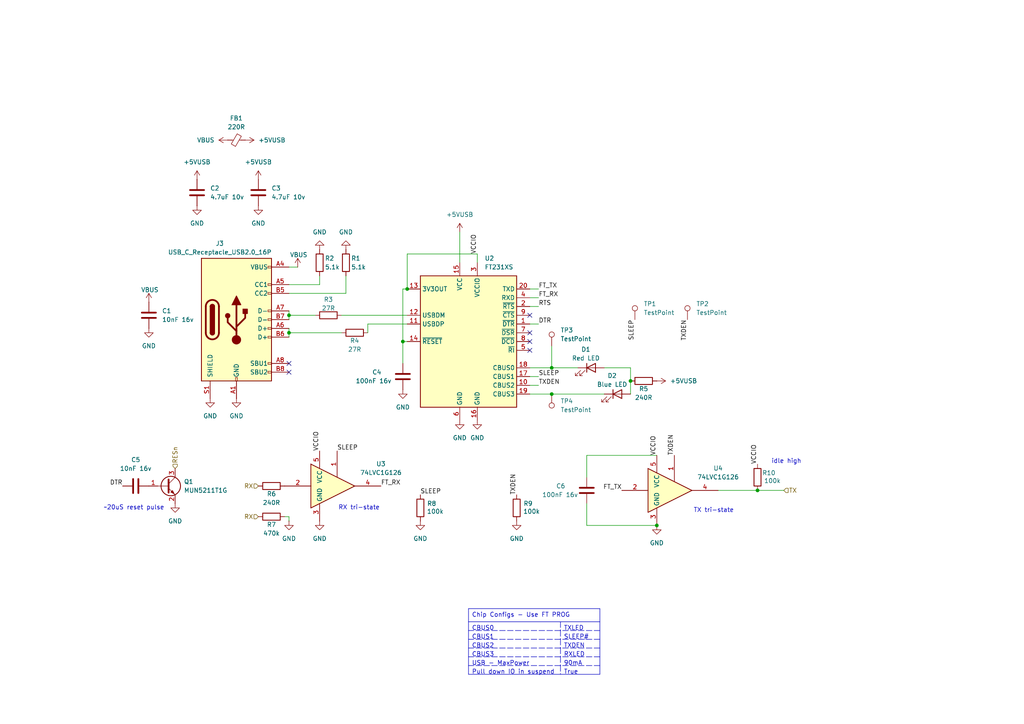
<source format=kicad_sch>
(kicad_sch (version 20250114) (generator "eeschema") (generator_version "9.0")
  (paper "A4")
  (lib_symbols
    (symbol "74xGxx:74LVC1G126"
      (property "Reference" "U" (at 2.54 7.62 0))
      (property "Value" "74LVC1G126" (at 2.54 -7.62 0))
      (symbol "74LVC1G126_0_1"
        (polyline (pts (xy -7.62 6.35) (xy -7.62 -6.35) (xy 5.08 0) (xy -7.62 6.35)) (stroke (width 0.254)) (fill (type background)))
      )
      (symbol "74LVC1G126_1_1"
        (pin input line (at -15.24 0 0) (length 7.62) (name "~") (number "2"))
        (pin power_in line (at -5.08 10.16 270) (length 5.08) (name "VCC") (number "5"))
        (pin power_in line (at -5.08 -10.16 90) (length 5.08) (name "GND") (number "3"))
        (pin input line (at 0 10.16 270) (length 7.62) (name "~") (number "1"))
        (pin tri_state line (at 12.7 0 180) (length 7.62) (name "~") (number "4"))
      )
    )
    (symbol "Connector:TestPoint" (pin_numbers (hide yes)) (pin_names (offset 0.762) (hide yes))
      (property "Reference" "TP" (at 0 6.858 0))
      (property "Value" "TestPoint" (at 0 5.08 0))
      (symbol "TestPoint_0_1"
        (circle (center 0 3.302) (radius 0.762))
      )
      (symbol "TestPoint_1_1"
        (pin passive line (at 0 0 90) (length 2.54) (name "1") (number "1"))
      )
    )
    (symbol "Connector:USB_C_Receptacle_USB2.0_16P" (pin_names (offset 1.016))
      (property "Reference" "J" (at 0 22.225 0))
      (property "Value" "USB_C_Receptacle_USB2.0_16P" (at 0 19.685 0))
      (symbol "USB_C_Receptacle_USB2.0_16P_0_0"
        (rectangle (start -0.254 -17.78) (end 0.254 -16.764))
        (rectangle (start 10.16 15.494) (end 9.144 14.986))
        (rectangle (start 10.16 10.414) (end 9.144 9.906))
        (rectangle (start 10.16 7.874) (end 9.144 7.366))
        (rectangle (start 10.16 2.794) (end 9.144 2.286))
        (rectangle (start 10.16 0.254) (end 9.144 -0.254))
        (rectangle (start 10.16 -2.286) (end 9.144 -2.794))
        (rectangle (start 10.16 -4.826) (end 9.144 -5.334))
        (rectangle (start 10.16 -12.446) (end 9.144 -12.954))
        (rectangle (start 10.16 -14.986) (end 9.144 -15.494))
      )
      (symbol "USB_C_Receptacle_USB2.0_16P_0_1"
        (rectangle (start -10.16 17.78) (end 10.16 -17.78) (stroke (width 0.254)) (fill (type background)))
        (polyline (pts (xy -8.89 -3.81) (xy -8.89 3.81)) (stroke (width 0.508)))
        (rectangle (start -7.62 -3.81) (end -6.35 3.81) (stroke (width 0.254)) (fill (type outline)))
        (arc (start -7.62 3.81) (mid -6.985 4.4423) (end -6.35 3.81) (stroke (width 0.254)))
        (arc (start -7.62 3.81) (mid -6.985 4.4423) (end -6.35 3.81) (stroke (width 0.254)) (fill (type outline)))
        (arc (start -8.89 3.81) (mid -6.985 5.7067) (end -5.08 3.81) (stroke (width 0.508)))
        (arc (start -5.08 -3.81) (mid -6.985 -5.7067) (end -8.89 -3.81) (stroke (width 0.508)))
        (arc (start -6.35 -3.81) (mid -6.985 -4.4423) (end -7.62 -3.81) (stroke (width 0.254)))
        (arc (start -6.35 -3.81) (mid -6.985 -4.4423) (end -7.62 -3.81) (stroke (width 0.254)) (fill (type outline)))
        (polyline (pts (xy -5.08 3.81) (xy -5.08 -3.81)) (stroke (width 0.508)))
        (circle (center -2.54 1.143) (radius 0.635) (stroke (width 0.254)) (fill (type outline)))
        (polyline (pts (xy -1.27 4.318) (xy 0 6.858) (xy 1.27 4.318) (xy -1.27 4.318)) (stroke (width 0.254)) (fill (type outline)))
        (polyline (pts (xy 0 -2.032) (xy 2.54 0.508) (xy 2.54 1.778)) (stroke (width 0.508)))
        (polyline (pts (xy 0 -3.302) (xy -2.54 -0.762) (xy -2.54 0.508)) (stroke (width 0.508)))
        (polyline (pts (xy 0 -5.842) (xy 0 4.318)) (stroke (width 0.508)))
        (circle (center 0 -5.842) (radius 1.27) (fill (type outline)))
        (rectangle (start 1.905 1.778) (end 3.175 3.048) (stroke (width 0.254)) (fill (type outline)))
      )
      (symbol "USB_C_Receptacle_USB2.0_16P_1_1"
        (pin passive line (at -7.62 -22.86 90) (length 5.08) (name "SHIELD") (number "S1"))
        (pin passive line (at 0 -22.86 90) (length 5.08) (name "GND") (number "A1"))
        (pin passive line (at 0 -22.86 90) (length 5.08) (hide yes) (name "GND") (number "A12"))
        (pin passive line (at 0 -22.86 90) (length 5.08) (hide yes) (name "GND") (number "B1"))
        (pin passive line (at 0 -22.86 90) (length 5.08) (hide yes) (name "GND") (number "B12"))
        (pin passive line (at 15.24 15.24 180) (length 5.08) (name "VBUS") (number "A4"))
        (pin passive line (at 15.24 15.24 180) (length 5.08) (hide yes) (name "VBUS") (number "A9"))
        (pin passive line (at 15.24 15.24 180) (length 5.08) (hide yes) (name "VBUS") (number "B4"))
        (pin passive line (at 15.24 15.24 180) (length 5.08) (hide yes) (name "VBUS") (number "B9"))
        (pin bidirectional line (at 15.24 10.16 180) (length 5.08) (name "CC1") (number "A5"))
        (pin bidirectional line (at 15.24 7.62 180) (length 5.08) (name "CC2") (number "B5"))
        (pin bidirectional line (at 15.24 2.54 180) (length 5.08) (name "D-") (number "A7"))
        (pin bidirectional line (at 15.24 0 180) (length 5.08) (name "D-") (number "B7"))
        (pin bidirectional line (at 15.24 -2.54 180) (length 5.08) (name "D+") (number "A6"))
        (pin bidirectional line (at 15.24 -5.08 180) (length 5.08) (name "D+") (number "B6"))
        (pin bidirectional line (at 15.24 -12.7 180) (length 5.08) (name "SBU1") (number "A8"))
        (pin bidirectional line (at 15.24 -15.24 180) (length 5.08) (name "SBU2") (number "B8"))
      )
    )
    (symbol "Device:C" (pin_numbers (hide yes)) (pin_names (offset 0.254))
      (property "Reference" "C" (at 0.635 2.54 0))
      (property "Value" "C" (at 0.635 -2.54 0))
      (symbol "C_0_1"
        (polyline (pts (xy -2.032 0.762) (xy 2.032 0.762)) (stroke (width 0.508)))
        (polyline (pts (xy -2.032 -0.762) (xy 2.032 -0.762)) (stroke (width 0.508)))
      )
      (symbol "C_1_1"
        (pin passive line (at 0 3.81 270) (length 2.794) (name "~") (number "1"))
        (pin passive line (at 0 -3.81 90) (length 2.794) (name "~") (number "2"))
      )
    )
    (symbol "Device:FerriteBead_Small" (pin_numbers (hide yes)) (pin_names (offset 0))
      (property "Reference" "FB" (at 1.905 1.27 0))
      (property "Value" "FerriteBead_Small" (at 1.905 -1.27 0))
      (symbol "FerriteBead_Small_0_1"
        (polyline (pts (xy -1.8288 0.2794) (xy -1.1176 1.4986) (xy 1.8288 -0.2032) (xy 1.1176 -1.4224) (xy -1.8288 0.2794)))
        (polyline (pts (xy 0 0.889) (xy 0 1.2954)))
        (polyline (pts (xy 0 -1.27) (xy 0 -0.7874)))
      )
      (symbol "FerriteBead_Small_1_1"
        (pin passive line (at 0 2.54 270) (length 1.27) (name "~") (number "1"))
        (pin passive line (at 0 -2.54 90) (length 1.27) (name "~") (number "2"))
      )
    )
    (symbol "Device:LED" (pin_numbers (hide yes)) (pin_names (offset 1.016) (hide yes))
      (property "Reference" "D" (at 0 2.54 0))
      (property "Value" "LED" (at 0 -2.54 0))
      (symbol "LED_0_1"
        (polyline (pts (xy -3.048 -0.762) (xy -4.572 -2.286) (xy -3.81 -2.286) (xy -4.572 -2.286) (xy -4.572 -1.524)))
        (polyline (pts (xy -1.778 -0.762) (xy -3.302 -2.286) (xy -2.54 -2.286) (xy -3.302 -2.286) (xy -3.302 -1.524)))
        (polyline (pts (xy -1.27 0) (xy 1.27 0)))
        (polyline (pts (xy -1.27 -1.27) (xy -1.27 1.27)) (stroke (width 0.254)))
        (polyline (pts (xy 1.27 -1.27) (xy 1.27 1.27) (xy -1.27 0) (xy 1.27 -1.27)) (stroke (width 0.254)))
      )
      (symbol "LED_1_1"
        (pin passive line (at -3.81 0 0) (length 2.54) (name "K") (number "1"))
        (pin passive line (at 3.81 0 180) (length 2.54) (name "A") (number "2"))
      )
    )
    (symbol "Device:R" (pin_numbers (hide yes)) (pin_names (offset 0))
      (property "Reference" "R" (at 2.032 0 90))
      (property "Value" "R" (at 0 0 90))
      (symbol "R_0_1"
        (rectangle (start -1.016 -2.54) (end 1.016 2.54) (stroke (width 0.254)))
      )
      (symbol "R_1_1"
        (pin passive line (at 0 3.81 270) (length 1.27) (name "~") (number "1"))
        (pin passive line (at 0 -3.81 90) (length 1.27) (name "~") (number "2"))
      )
    )
    (symbol "Interface_USB:FT231XS"
      (property "Reference" "U" (at -13.97 20.32 0))
      (property "Value" "FT231XS" (at 7.62 20.32 0))
      (symbol "FT231XS_0_1"
        (rectangle (start -13.97 19.05) (end 13.97 -19.05) (stroke (width 0.254)) (fill (type background)))
      )
      (symbol "FT231XS_1_1"
        (pin power_out line (at -17.78 15.24 0) (length 3.81) (name "3V3OUT") (number "13"))
        (pin bidirectional line (at -17.78 7.62 0) (length 3.81) (name "USBDM") (number "12"))
        (pin bidirectional line (at -17.78 5.08 0) (length 3.81) (name "USBDP") (number "11"))
        (pin input line (at -17.78 0 0) (length 3.81) (name "~{RESET}") (number "14"))
        (pin power_in line (at -2.54 22.86 270) (length 3.81) (name "VCC") (number "15"))
        (pin power_in line (at -2.54 -22.86 90) (length 3.81) (name "GND") (number "6"))
        (pin power_in line (at 2.54 22.86 270) (length 3.81) (name "VCCIO") (number "3"))
        (pin power_in line (at 2.54 -22.86 90) (length 3.81) (name "GND") (number "16"))
        (pin output line (at 17.78 15.24 180) (length 3.81) (name "TXD") (number "20"))
        (pin input line (at 17.78 12.7 180) (length 3.81) (name "RXD") (number "4"))
        (pin output line (at 17.78 10.16 180) (length 3.81) (name "~{RTS}") (number "2"))
        (pin input line (at 17.78 7.62 180) (length 3.81) (name "~{CTS}") (number "9"))
        (pin output line (at 17.78 5.08 180) (length 3.81) (name "~{DTR}") (number "1"))
        (pin input line (at 17.78 2.54 180) (length 3.81) (name "~{DSR}") (number "7"))
        (pin input line (at 17.78 0 180) (length 3.81) (name "~{DCD}") (number "8"))
        (pin input line (at 17.78 -2.54 180) (length 3.81) (name "~{RI}") (number "5"))
        (pin bidirectional line (at 17.78 -7.62 180) (length 3.81) (name "CBUS0") (number "18"))
        (pin bidirectional line (at 17.78 -10.16 180) (length 3.81) (name "CBUS1") (number "17"))
        (pin bidirectional line (at 17.78 -12.7 180) (length 3.81) (name "CBUS2") (number "10"))
        (pin bidirectional line (at 17.78 -15.24 180) (length 3.81) (name "CBUS3") (number "19"))
      )
    )
    (symbol "Transistor_BJT:Q_NPN_BEC" (pin_names (offset 0) (hide yes))
      (property "Reference" "Q" (at 5.08 1.27 0))
      (property "Value" "Q_NPN_BEC" (at 5.08 -1.27 0))
      (symbol "Q_NPN_BEC_0_1"
        (polyline (pts (xy -2.54 0) (xy 0.635 0)))
        (polyline (pts (xy 0.635 1.905) (xy 0.635 -1.905)) (stroke (width 0.508)))
        (circle (center 1.27 0) (radius 2.8194) (stroke (width 0.254)))
      )
      (symbol "Q_NPN_BEC_1_1"
        (polyline (pts (xy 0.635 0.635) (xy 2.54 2.54)))
        (polyline (pts (xy 0.635 -0.635) (xy 2.54 -2.54)))
        (polyline (pts (xy 1.27 -1.778) (xy 1.778 -1.27) (xy 2.286 -2.286) (xy 1.27 -1.778)) (fill (type outline)))
        (pin input line (at -5.08 0 0) (length 2.54) (name "B") (number "1"))
        (pin passive line (at 2.54 5.08 270) (length 2.54) (name "C") (number "3"))
        (pin passive line (at 2.54 -5.08 90) (length 2.54) (name "E") (number "2"))
      )
    )
    (symbol "power:+5VD" (power) (pin_numbers (hide yes)) (pin_names (offset 0) (hide yes))
      (property "Value" "+5VD" (at 0 3.556 0))
      (symbol "+5VD_0_1"
        (polyline (pts (xy -0.762 1.27) (xy 0 2.54)))
        (polyline (pts (xy 0 2.54) (xy 0.762 1.27)))
        (polyline (pts (xy 0 0) (xy 0 2.54)))
      )
      (symbol "+5VD_1_1"
        (pin power_in line (at 0 0 90) (length 0) (name "~") (number "1"))
      )
    )
    (symbol "power:GND" (power) (pin_numbers (hide yes)) (pin_names (offset 0) (hide yes))
      (property "Value" "GND" (at 0 -3.81 0))
      (symbol "GND_0_1"
        (polyline (pts (xy 0 0) (xy 0 -1.27) (xy 1.27 -1.27) (xy 0 -2.54) (xy -1.27 -1.27) (xy 0 -1.27)))
      )
      (symbol "GND_1_1"
        (pin power_in line (at 0 0 270) (length 0) (name "~") (number "1"))
      )
    )
    (symbol "power:VBUS" (power) (pin_numbers (hide yes)) (pin_names (offset 0) (hide yes))
      (property "Value" "VBUS" (at 0 3.556 0))
      (symbol "VBUS_0_1"
        (polyline (pts (xy -0.762 1.27) (xy 0 2.54)))
        (polyline (pts (xy 0 2.54) (xy 0.762 1.27)))
        (polyline (pts (xy 0 0) (xy 0 2.54)))
      )
      (symbol "VBUS_1_1"
        (pin power_in line (at 0 0 90) (length 0) (name "~") (number "1"))
      )
    )
  )
  (text "RX tri-state" (at 104.14 147.32 0) (effects (font (size 1.27 1.27))))
  (text "TX tri-state" (at 207.01 148.082 0) (effects (font (size 1.27 1.27))))
  (text "~20uS reset pulse" (at 38.862 147.32 0) (effects (font (size 1.27 1.27))))
  (text "idle high" (at 228.092 133.858 0) (effects (font (size 1.27 1.27))))
  (junction (at 83.82 91.44))
  (junction (at 83.82 96.52))
  (junction (at 190.5 152.4))
  (junction (at 160.02 106.68))
  (junction (at 116.84 99.06))
  (junction (at 160.02 114.3))
  (junction (at 118.11 83.82))
  (junction (at 182.88 110.49))
  (junction (at 219.71 142.24))
  (no_connect (at 153.67 99.06))
  (no_connect (at 83.82 107.95))
  (no_connect (at 83.82 105.41))
  (no_connect (at 153.67 91.44))
  (no_connect (at 153.67 101.6))
  (no_connect (at 153.67 96.52))
  (wire (pts (xy 116.84 83.82) (xy 118.11 83.82)))
  (wire (pts (xy 153.67 114.3) (xy 160.02 114.3)))
  (wire (pts (xy 175.26 106.68) (xy 182.88 106.68)))
  (wire (pts (xy 83.82 95.25) (xy 83.82 96.52)))
  (wire (pts (xy 83.82 149.86) (xy 83.82 151.13)))
  (wire (pts (xy 156.21 93.98) (xy 153.67 93.98)))
  (wire (pts (xy 83.82 82.55) (xy 92.71 82.55)))
  (wire (pts (xy 153.67 88.9) (xy 156.21 88.9)))
  (wire (pts (xy 99.06 91.44) (xy 118.11 91.44)))
  (wire (pts (xy 160.02 114.3) (xy 175.26 114.3)))
  (wire (pts (xy 227.33 142.24) (xy 219.71 142.24)))
  (wire (pts (xy 92.71 82.55) (xy 92.71 80.01)))
  (wire (pts (xy 106.68 93.98) (xy 106.68 96.52)))
  (wire (pts (xy 138.43 73.66) (xy 118.11 73.66)))
  (wire (pts (xy 100.33 80.01) (xy 100.33 85.09)))
  (wire (pts (xy 153.67 83.82) (xy 156.21 83.82)))
  (wire (pts (xy 153.67 109.22) (xy 156.21 109.22)))
  (wire (pts (xy 86.36 77.47) (xy 83.82 77.47)))
  (wire (pts (xy 83.82 90.17) (xy 83.82 91.44)))
  (wire (pts (xy 133.35 67.31) (xy 133.35 76.2)))
  (wire (pts (xy 153.67 86.36) (xy 156.21 86.36)))
  (wire (pts (xy 153.67 106.68) (xy 160.02 106.68)))
  (wire (pts (xy 170.18 132.08) (xy 190.5 132.08)))
  (wire (pts (xy 116.84 99.06) (xy 116.84 83.82)))
  (wire (pts (xy 153.67 111.76) (xy 156.21 111.76)))
  (wire (pts (xy 170.18 146.05) (xy 170.18 152.4)))
  (wire (pts (xy 160.02 100.33) (xy 160.02 106.68)))
  (wire (pts (xy 118.11 73.66) (xy 118.11 83.82)))
  (wire (pts (xy 83.82 96.52) (xy 99.06 96.52)))
  (wire (pts (xy 83.82 96.52) (xy 83.82 97.79)))
  (wire (pts (xy 83.82 91.44) (xy 83.82 92.71)))
  (wire (pts (xy 182.88 106.68) (xy 182.88 110.49)))
  (wire (pts (xy 160.02 106.68) (xy 167.64 106.68)))
  (wire (pts (xy 182.88 110.49) (xy 182.88 114.3)))
  (wire (pts (xy 219.71 142.24) (xy 208.28 142.24)))
  (wire (pts (xy 116.84 99.06) (xy 116.84 105.41)))
  (wire (pts (xy 118.11 93.98) (xy 106.68 93.98)))
  (wire (pts (xy 82.55 149.86) (xy 83.82 149.86)))
  (wire (pts (xy 118.11 99.06) (xy 116.84 99.06)))
  (wire (pts (xy 83.82 91.44) (xy 91.44 91.44)))
  (wire (pts (xy 138.43 76.2) (xy 138.43 73.66)))
  (wire (pts (xy 100.33 85.09) (xy 83.82 85.09)))
  (wire (pts (xy 170.18 138.43) (xy 170.18 132.08)))
  (wire (pts (xy 170.18 152.4) (xy 190.5 152.4)))
  (table (column_count 2) (border (external yes) (header yes)) (separators (rows yes) (cols yes) (stroke (width 0) (type dash))) (column_widths 26.67 11.43) (row_heights 3.81 2.54 2.54 2.54 2.54 2.54 2.54) (cells (table_cell "Chip Configs - Use FT PROG" (at 135.89 176.53 0) (size 38.1 3.81) (margins 0.9525 0.9525 0.9525 0.9525) (span 2 1)) (table_cell "rgb(130, 133, 136)" (at 162.56 176.53 0) (size 11.43 3.81) (margins 0.9525 0.9525 0.9525 0.9525) (span 0 0)) (table_cell "CBUS0" (at 135.89 180.34 0) (size 26.67 2.54) (margins 0.9525 0.9525 0.9525 0.9525) (span 1 1)) (table_cell "TXLED" (at 162.56 180.34 0) (size 11.43 2.54) (margins 0.9525 0.9525 0.9525 0.9525) (span 1 1)) (table_cell "CBUS1" (at 135.89 182.88 0) (size 26.67 2.54) (margins 0.9525 0.9525 0.9525 0.9525) (span 1 1)) (table_cell "SLEEP#" (at 162.56 182.88 0) (size 11.43 2.54) (margins 0.9525 0.9525 0.9525 0.9525) (span 1 1)) (table_cell "CBUS2" (at 135.89 185.42 0) (size 26.67 2.54) (margins 0.9525 0.9525 0.9525 0.9525) (span 1 1)) (table_cell "TXDEN" (at 162.56 185.42 0) (size 11.43 2.54) (margins 0.9525 0.9525 0.9525 0.9525) (span 1 1)) (table_cell "CBUS3" (at 135.89 187.96 0) (size 26.67 2.54) (margins 0.9525 0.9525 0.9525 0.9525) (span 1 1)) (table_cell "RXLED" (at 162.56 187.96 0) (size 11.43 2.54) (margins 0.9525 0.9525 0.9525 0.9525) (span 1 1)) (table_cell "USB - MaxPower" (at 135.89 190.5 0) (size 26.67 2.54) (margins 0.9525 0.9525 0.9525 0.9525) (span 1 1)) (table_cell "90mA" (at 162.56 190.5 0) (size 11.43 2.54) (margins 0.9525 0.9525 0.9525 0.9525) (span 1 1)) (table_cell "Pull down IO in suspend" (at 135.89 193.04 0) (size 26.67 2.54) (margins 0.9525 0.9525 0.9525 0.9525) (span 1 1)) (table_cell "True" (at 162.56 193.04 0) (size 11.43 2.54) (margins 0.9525 0.9525 0.9525 0.9525) (span 1 1))))
  (label "FT_TX" (at 180.34 142.24 180))
  (label "FT_TX" (at 156.21 83.82 0))
  (label "SLEEP" (at 97.79 130.81 0))
  (label "TXDEN" (at 156.21 111.76 0))
  (label "DTR" (at 156.21 93.98 0))
  (label "DTR" (at 35.56 140.97 180))
  (label "VCCIO" (at 190.5 132.08 90))
  (label "FT_RX" (at 156.21 86.36 0))
  (label "VCCIO" (at 92.71 130.81 90))
  (label "SLEEP" (at 156.21 109.22 0))
  (label "FT_RX" (at 110.49 140.97 0))
  (label "TXDEN" (at 195.58 132.08 90))
  (label "TXDEN" (at 149.86 143.51 90))
  (label "TXDEN" (at 199.39 92.71 270))
  (label "VCCIO" (at 138.43 73.66 90))
  (label "RTS" (at 156.21 88.9 0))
  (label "VCCIO" (at 219.71 134.62 90))
  (label "SLEEP" (at 121.92 143.51 0))
  (label "SLEEP" (at 184.15 92.71 270))
  (hierarchical_label "RESn" (shape input) (at 50.8 135.89 90))
  (hierarchical_label "RX" (shape input) (at 74.93 140.97 180))
  (hierarchical_label "RX" (shape input) (at 74.93 149.86 180))
  (hierarchical_label "TX" (shape input) (at 227.33 142.24 0))
  (symbol (lib_id "Device:R") (at 121.92 147.32 180) (unit 1)
    (property "Reference" "R8" (at 125.222 146.05 0))
    (property "Value" "100k" (at 126.238 148.336 0))
    (property "Footprint" "Resistor_SMD:R_0402_1005Metric" (effects (hide yes)))
    (property "Description" "Resistor" (effects (hide yes)))
    (property "Part Number" "RC0402FR-07100KL" (effects (hide yes)))
  )
  (symbol (lib_id "power:GND") (at 57.15 59.69 0) (unit 1)
    (property "Reference" "#PWR011" (effects (hide yes)))
    (property "Value" "GND" (at 57.15 64.77 0))
    (property "Description" "Power symbol creates a global label with name \"GND\" , ground" (effects (hide yes)))
  )
  (symbol (lib_id "Device:C") (at 43.18 91.44 0) (unit 1)
    (property "Reference" "C1" (at 46.99 90.1699 0) (effects (justify left)))
    (property "Value" "10nF 16v" (at 46.99 92.7099 0) (effects (justify left)))
    (property "Footprint" "Capacitor_SMD:C_0402_1005Metric" (effects (hide yes)))
    (property "Description" "Unpolarized capacitor" (effects (hide yes)))
    (property "Part Number" "GRM155R71C103KA01D" (effects (hide yes)))
  )
  (symbol (lib_id "power:+5VD") (at 190.5 110.49 270) (unit 1)
    (property "Reference" "#PWR0103" (effects (hide yes)))
    (property "Value" "+5VUSB" (at 194.31 110.4899 90) (effects (justify left)))
    (property "Description" "Power symbol creates a global label with name \"+5VD\"" (effects (hide yes)))
  )
  (symbol (lib_id "Device:C") (at 39.37 140.97 90) (unit 1)
    (property "Reference" "C5" (at 39.37 133.35 90))
    (property "Value" "10nF 16v" (at 39.37 135.89 90))
    (property "Footprint" "Capacitor_SMD:C_0402_1005Metric" (effects (hide yes)))
    (property "Description" "Unpolarized capacitor" (effects (hide yes)))
    (property "Part Number" "GRM155R71C103KA01D" (effects (hide yes)))
  )
  (symbol (lib_id "Device:LED") (at 171.45 106.68 0) (unit 1)
    (property "Reference" "D1" (at 169.926 101.346 0))
    (property "Value" "Red LED" (at 169.926 103.886 0))
    (property "Footprint" "LED_SMD:LED_0603_1608Metric" (effects (hide yes)))
    (property "Description" "Light emitting diode" (effects (hide yes)))
    (property "Sim.Pins" "1=K 2=A" (effects (hide yes)))
    (property "Part Number" "150060RS75000" (effects (hide yes)))
  )
  (symbol (lib_id "power:GND") (at 138.43 121.92 0) (unit 1)
    (property "Reference" "#PWR010" (effects (hide yes)))
    (property "Value" "GND" (at 138.43 127 0))
    (property "Description" "Power symbol creates a global label with name \"GND\" , ground" (effects (hide yes)))
  )
  (symbol (lib_id "power:GND") (at 83.82 151.13 0) (unit 1)
    (property "Reference" "#PWR016" (effects (hide yes)))
    (property "Value" "GND" (at 83.82 156.21 0))
    (property "Description" "Power symbol creates a global label with name \"GND\" , ground" (effects (hide yes)))
  )
  (symbol (lib_id "power:GND") (at 50.8 146.05 0) (unit 1)
    (property "Reference" "#PWR014" (effects (hide yes)))
    (property "Value" "GND" (at 50.8 151.13 0))
    (property "Description" "Power symbol creates a global label with name \"GND\" , ground" (effects (hide yes)))
  )
  (symbol (lib_id "74xGxx:74LVC1G126") (at 97.79 140.97 0) (unit 1)
    (property "Reference" "U3" (at 110.49 134.5498 0))
    (property "Value" "74LVC1G126" (at 110.49 137.0898 0))
    (property "Footprint" "Package_TO_SOT_SMD:SOT-353_SC-70-5" (effects (hide yes)))
    (property "Datasheet" "http://www.ti.com/lit/sg/scyt129e/scyt129e.pdf" (effects (hide yes)))
    (property "Description" "Single Buffer Gate Tri-State, Low-Voltage CMOS" (effects (hide yes)))
    (property "Part Number" "74LVC1G126SE-7" (effects (hide yes)))
  )
  (symbol (lib_id "Device:LED") (at 179.07 114.3 0) (unit 1)
    (property "Reference" "D2" (at 177.546 108.966 0))
    (property "Value" "Blue LED" (at 177.546 111.506 0))
    (property "Footprint" "LED_SMD:LED_0603_1608Metric" (effects (hide yes)))
    (property "Description" "Light emitting diode" (effects (hide yes)))
    (property "Sim.Pins" "1=K 2=A" (effects (hide yes)))
    (property "Part Number" "150060BS75000" (effects (hide yes)))
  )
  (symbol (lib_id "Device:R") (at 78.74 149.86 90) (unit 1)
    (property "Reference" "R7" (at 78.74 152.146 90))
    (property "Value" "470k" (at 78.74 154.686 90))
    (property "Footprint" "Resistor_SMD:R_0402_1005Metric" (effects (hide yes)))
    (property "Description" "Resistor" (effects (hide yes)))
    (property "Part Number" "RC0402FR-07470KL" (effects (hide yes)))
  )
  (symbol (lib_id "Connector:TestPoint") (at 160.02 100.33 0) (unit 1)
    (property "Reference" "TP3" (at 162.56 95.7579 0) (effects (justify left)))
    (property "Value" "TestPoint" (at 162.56 98.2979 0) (effects (justify left)))
    (property "Footprint" "TestPoint:TestPoint_Pad_D1.0mm" (effects (hide yes)))
    (property "Description" "test point" (effects (hide yes)))
  )
  (symbol (lib_id "Device:FerriteBead_Small") (at 68.58 40.64 90) (unit 1)
    (property "Reference" "FB1" (at 68.5419 34.29 90))
    (property "Value" "220R" (at 68.5419 36.83 90))
    (property "Footprint" "Inductor_SMD:L_0603_1608Metric" (effects (hide yes)))
    (property "Description" "Ferrite bead, small symbol" (effects (hide yes)))
    (property "Part Number" "MPZ1608S221ATA00" (effects (hide yes)))
  )
  (symbol (lib_id "power:GND") (at 149.86 151.13 0) (unit 1)
    (property "Reference" "#PWR019" (effects (hide yes)))
    (property "Value" "GND" (at 149.86 156.21 0))
    (property "Description" "Power symbol creates a global label with name \"GND\" , ground" (effects (hide yes)))
  )
  (symbol (lib_id "74xGxx:74LVC1G126") (at 195.58 142.24 0) (unit 1)
    (property "Reference" "U4" (at 208.28 135.8198 0))
    (property "Value" "74LVC1G126" (at 208.28 138.3598 0))
    (property "Footprint" "Package_TO_SOT_SMD:SOT-353_SC-70-5" (effects (hide yes)))
    (property "Datasheet" "http://www.ti.com/lit/sg/scyt129e/scyt129e.pdf" (effects (hide yes)))
    (property "Description" "Single Buffer Gate Tri-State, Low-Voltage CMOS" (effects (hide yes)))
    (property "Part Number" "74LVC1G126SE-7" (effects (hide yes)))
  )
  (symbol (lib_id "Connector:USB_C_Receptacle_USB2.0_16P") (at 68.58 92.71 0) (unit 1)
    (property "Reference" "J3" (at 63.754 70.612 0))
    (property "Value" "USB_C_Receptacle_USB2.0_16P" (at 63.754 73.152 0))
    (property "Footprint" "Connector_USB:USB_C_Receptacle_GCT_USB4105-xx-A_16P_TopMnt_Horizontal" (effects (hide yes)))
    (property "Datasheet" "https://www.usb.org/sites/default/files/documents/usb_type-c.zip" (effects (hide yes)))
    (property "Description" "USB 2.0-only 16P Type-C Receptacle connector" (effects (hide yes)))
    (property "Part Number" "USB4105-GF-A" (effects (hide yes)))
  )
  (symbol (lib_id "power:VBUS") (at 86.36 77.47 0) (unit 1)
    (property "Reference" "#PWR03" (effects (hide yes)))
    (property "Value" "VBUS" (at 84.074 73.914 0) (effects (justify left)))
    (property "Description" "Power symbol creates a global label with name \"VBUS\"" (effects (hide yes)))
  )
  (symbol (lib_id "power:GND") (at 190.5 152.4 0) (unit 1)
    (property "Reference" "#PWR018" (effects (hide yes)))
    (property "Value" "GND" (at 190.5 157.48 0))
    (property "Description" "Power symbol creates a global label with name \"GND\" , ground" (effects (hide yes)))
  )
  (symbol (lib_id "power:+5VD") (at 57.15 52.07 0) (unit 1)
    (property "Reference" "#PWR0101" (effects (hide yes)))
    (property "Value" "+5VUSB" (at 57.15 46.99 0))
    (property "Description" "Power symbol creates a global label with name \"+5VD\"" (effects (hide yes)))
  )
  (symbol (lib_id "power:GND") (at 60.96 115.57 0) (unit 1)
    (property "Reference" "#PWR07" (effects (hide yes)))
    (property "Value" "GND" (at 60.96 120.65 0))
    (property "Description" "Power symbol creates a global label with name \"GND\" , ground" (effects (hide yes)))
  )
  (symbol (lib_id "Device:R") (at 186.69 110.49 90) (unit 1)
    (property "Reference" "R5" (at 186.69 112.776 90))
    (property "Value" "240R" (at 186.69 115.316 90))
    (property "Footprint" "Resistor_SMD:R_0402_1005Metric" (effects (hide yes)))
    (property "Description" "Resistor" (effects (hide yes)))
    (property "Part Number" "RC0402FR-07240RL" (effects (hide yes)))
  )
  (symbol (lib_id "power:VBUS") (at 66.04 40.64 90) (unit 1)
    (property "Reference" "#PWR08" (effects (hide yes)))
    (property "Value" "VBUS" (at 62.23 40.6399 90) (effects (justify left)))
    (property "Description" "Power symbol creates a global label with name \"VBUS\"" (effects (hide yes)))
  )
  (symbol (lib_id "Device:R") (at 149.86 147.32 180) (unit 1)
    (property "Reference" "R9" (at 153.162 146.05 0))
    (property "Value" "100k" (at 154.178 148.336 0))
    (property "Footprint" "Resistor_SMD:R_0402_1005Metric" (effects (hide yes)))
    (property "Description" "Resistor" (effects (hide yes)))
    (property "Part Number" "RC0402FR-07100KL" (effects (hide yes)))
  )
  (symbol (lib_id "Device:R") (at 100.33 76.2 0) (unit 1)
    (property "Reference" "R1" (at 101.854 74.93 0) (effects (justify left)))
    (property "Value" "5.1k" (at 101.854 77.47 0) (effects (justify left)))
    (property "Footprint" "Resistor_SMD:R_0402_1005Metric" (effects (hide yes)))
    (property "Description" "Resistor" (effects (hide yes)))
    (property "Part Number" "RC0402FR-075K1L" (effects (hide yes)))
  )
  (symbol (lib_id "Interface_USB:FT231XS") (at 135.89 99.06 0) (unit 1)
    (property "Reference" "U2" (at 140.5733 74.93 0) (effects (justify left)))
    (property "Value" "FT231XS" (at 140.5733 77.47 0) (effects (justify left)))
    (property "Footprint" "Package_SO:SSOP-20_3.9x8.7mm_P0.635mm" (effects (hide yes)))
    (property "Datasheet" "https://www.ftdichip.com/Support/Documents/DataSheets/ICs/DS_FT231X.pdf" (effects (hide yes)))
    (property "Description" "Full Speed USB to Full Handshake UART, SSOP-20" (effects (hide yes)))
    (property "Part Number" "FT231XS-R" (effects (hide yes)))
  )
  (symbol (lib_id "Device:C") (at 116.84 109.22 180) (unit 1)
    (property "Reference" "C4" (at 107.95 107.95 0) (effects (justify right)))
    (property "Value" "100nF 16v" (at 103.124 110.49 0) (effects (justify right)))
    (property "Footprint" "Capacitor_SMD:C_0402_1005Metric" (effects (hide yes)))
    (property "Description" "Unpolarized capacitor" (effects (hide yes)))
    (property "Part Number" "GRM155R71C104KA88D" (effects (hide yes)))
  )
  (symbol (lib_id "power:GND") (at 74.93 59.69 0) (unit 1)
    (property "Reference" "#PWR012" (effects (hide yes)))
    (property "Value" "GND" (at 74.93 64.77 0))
    (property "Description" "Power symbol creates a global label with name \"GND\" , ground" (effects (hide yes)))
  )
  (symbol (lib_id "power:GND") (at 92.71 151.13 0) (unit 1)
    (property "Reference" "#PWR015" (effects (hide yes)))
    (property "Value" "GND" (at 92.71 156.21 0))
    (property "Description" "Power symbol creates a global label with name \"GND\" , ground" (effects (hide yes)))
  )
  (symbol (lib_id "power:+5VD") (at 74.93 52.07 0) (unit 1)
    (property "Reference" "#PWR0102" (effects (hide yes)))
    (property "Value" "+5VUSB" (at 74.93 46.99 0))
    (property "Description" "Power symbol creates a global label with name \"+5VD\"" (effects (hide yes)))
  )
  (symbol (lib_id "power:GND") (at 100.33 72.39 180) (unit 1)
    (property "Reference" "#PWR02" (effects (hide yes)))
    (property "Value" "GND" (at 100.33 67.31 0))
    (property "Description" "Power symbol creates a global label with name \"GND\" , ground" (effects (hide yes)))
  )
  (symbol (lib_id "Connector:TestPoint") (at 184.15 92.71 0) (unit 1)
    (property "Reference" "TP1" (at 186.69 88.1379 0) (effects (justify left)))
    (property "Value" "TestPoint" (at 186.69 90.6779 0) (effects (justify left)))
    (property "Footprint" "TestPoint:TestPoint_Pad_D1.0mm" (effects (hide yes)))
    (property "Description" "test point" (effects (hide yes)))
  )
  (symbol (lib_id "Device:C") (at 170.18 142.24 180) (unit 1)
    (property "Reference" "C6" (at 161.29 140.97 0) (effects (justify right)))
    (property "Value" "100nF 16v" (at 157.226 143.51 0) (effects (justify right)))
    (property "Footprint" "Capacitor_SMD:C_0402_1005Metric" (effects (hide yes)))
    (property "Description" "Unpolarized capacitor" (effects (hide yes)))
    (property "Part Number" "GRM155R71C104KA88D" (effects (hide yes)))
  )
  (symbol (lib_id "Device:C") (at 57.15 55.88 0) (unit 1)
    (property "Reference" "C2" (at 60.96 54.6099 0) (effects (justify left)))
    (property "Value" "4.7uF 10v" (at 60.96 57.1499 0) (effects (justify left)))
    (property "Footprint" "Capacitor_SMD:C_0402_1005Metric" (effects (hide yes)))
    (property "Description" "Unpolarized capacitor" (effects (hide yes)))
    (property "Part Number" "GRM155R61A475MEAAD" (effects (hide yes)))
  )
  (symbol (lib_id "power:GND") (at 43.18 95.25 0) (unit 1)
    (property "Reference" "#PWR06" (effects (hide yes)))
    (property "Value" "GND" (at 43.18 100.33 0))
    (property "Description" "Power symbol creates a global label with name \"GND\" , ground" (effects (hide yes)))
  )
  (symbol (lib_id "power:+5VD") (at 133.35 67.31 0) (unit 1)
    (property "Reference" "#PWR0100" (effects (hide yes)))
    (property "Value" "+5VUSB" (at 133.35 62.23 0))
    (property "Description" "Power symbol creates a global label with name \"+5VD\"" (effects (hide yes)))
  )
  (symbol (lib_id "power:GND") (at 68.58 115.57 0) (unit 1)
    (property "Reference" "#PWR04" (effects (hide yes)))
    (property "Value" "GND" (at 68.58 120.65 0))
    (property "Description" "Power symbol creates a global label with name \"GND\" , ground" (effects (hide yes)))
  )
  (symbol (lib_id "power:GND") (at 121.92 151.13 0) (unit 1)
    (property "Reference" "#PWR017" (effects (hide yes)))
    (property "Value" "GND" (at 121.92 156.21 0))
    (property "Description" "Power symbol creates a global label with name \"GND\" , ground" (effects (hide yes)))
  )
  (symbol (lib_id "power:+5VD") (at 71.12 40.64 270) (unit 1)
    (property "Reference" "#PWR99" (effects (hide yes)))
    (property "Value" "+5VUSB" (at 74.93 40.6399 90) (effects (justify left)))
    (property "Description" "Power symbol creates a global label with name \"+5VD\"" (effects (hide yes)))
  )
  (symbol (lib_id "Transistor_BJT:Q_NPN_BEC") (at 48.26 140.97 0) (unit 1)
    (property "Reference" "Q1" (at 53.34 139.6999 0) (effects (justify left)))
    (property "Value" "MUN5211T1G" (at 53.34 142.2399 0) (effects (justify left)))
    (property "Footprint" "Package_TO_SOT_SMD:SOT-323_SC-70" (effects (hide yes)))
    (property "Description" "NPN transistor, base/emitter/collector" (effects (hide yes)))
    (property "Part Number" "MUN5211T1G" (effects (hide yes)))
  )
  (symbol (lib_id "power:GND") (at 133.35 121.92 0) (unit 1)
    (property "Reference" "#PWR09" (effects (hide yes)))
    (property "Value" "GND" (at 133.35 127 0))
    (property "Description" "Power symbol creates a global label with name \"GND\" , ground" (effects (hide yes)))
  )
  (symbol (lib_id "Device:R") (at 95.25 91.44 90) (unit 1)
    (property "Reference" "R3" (at 95.25 86.868 90))
    (property "Value" "27R" (at 95.25 89.408 90))
    (property "Footprint" "Resistor_SMD:R_0402_1005Metric" (effects (hide yes)))
    (property "Description" "Resistor" (effects (hide yes)))
    (property "Part Number" "RC0402FR-0727RL" (effects (hide yes)))
  )
  (symbol (lib_id "power:VBUS") (at 43.18 87.63 0) (unit 1)
    (property "Reference" "#PWR05" (effects (hide yes)))
    (property "Value" "VBUS" (at 40.894 84.074 0) (effects (justify left)))
    (property "Description" "Power symbol creates a global label with name \"VBUS\"" (effects (hide yes)))
  )
  (symbol (lib_id "Device:R") (at 78.74 140.97 90) (unit 1)
    (property "Reference" "R6" (at 78.74 143.256 90))
    (property "Value" "240R" (at 78.74 145.796 90))
    (property "Footprint" "Resistor_SMD:R_0402_1005Metric" (effects (hide yes)))
    (property "Description" "Resistor" (effects (hide yes)))
    (property "Part Number" "RC0402FR-07240RL" (effects (hide yes)))
  )
  (symbol (lib_id "Connector:TestPoint") (at 199.39 92.71 0) (unit 1)
    (property "Reference" "TP2" (at 201.93 88.1379 0) (effects (justify left)))
    (property "Value" "TestPoint" (at 201.93 90.6779 0) (effects (justify left)))
    (property "Footprint" "TestPoint:TestPoint_Pad_D1.0mm" (effects (hide yes)))
    (property "Description" "test point" (effects (hide yes)))
  )
  (symbol (lib_id "Device:R") (at 219.71 138.43 180) (unit 1)
    (property "Reference" "R10" (at 223.012 137.16 0))
    (property "Value" "100k" (at 224.028 139.446 0))
    (property "Footprint" "Resistor_SMD:R_0402_1005Metric" (effects (hide yes)))
    (property "Description" "Resistor" (effects (hide yes)))
    (property "Part Number" "RC0402FR-07100KL" (effects (hide yes)))
  )
  (symbol (lib_id "Connector:TestPoint") (at 160.02 114.3 180) (unit 1)
    (property "Reference" "TP4" (at 162.56 116.3319 0) (effects (justify right)))
    (property "Value" "TestPoint" (at 162.56 118.8719 0) (effects (justify right)))
    (property "Footprint" "TestPoint:TestPoint_Pad_D1.0mm" (effects (hide yes)))
    (property "Description" "test point" (effects (hide yes)))
  )
  (symbol (lib_id "Device:R") (at 102.87 96.52 90) (unit 1)
    (property "Reference" "R4" (at 102.87 98.806 90))
    (property "Value" "27R" (at 102.87 101.346 90))
    (property "Footprint" "Resistor_SMD:R_0402_1005Metric" (effects (hide yes)))
    (property "Description" "Resistor" (effects (hide yes)))
    (property "Part Number" "RC0402FR-0727RL" (effects (hide yes)))
  )
  (symbol (lib_id "power:GND") (at 116.84 113.03 0) (unit 1)
    (property "Reference" "#PWR013" (effects (hide yes)))
    (property "Value" "GND" (at 116.84 118.11 0))
    (property "Description" "Power symbol creates a global label with name \"GND\" , ground" (effects (hide yes)))
  )
  (symbol (lib_id "Device:R") (at 92.71 76.2 0) (unit 1)
    (property "Reference" "R2" (at 94.234 74.93 0) (effects (justify left)))
    (property "Value" "5.1k" (at 94.234 77.47 0) (effects (justify left)))
    (property "Footprint" "Resistor_SMD:R_0402_1005Metric" (effects (hide yes)))
    (property "Description" "Resistor" (effects (hide yes)))
    (property "Part Number" "RC0402FR-075K1L" (effects (hide yes)))
  )
  (symbol (lib_id "power:GND") (at 92.71 72.39 180) (unit 1)
    (property "Reference" "#PWR01" (effects (hide yes)))
    (property "Value" "GND" (at 92.71 67.31 0))
    (property "Description" "Power symbol creates a global label with name \"GND\" , ground" (effects (hide yes)))
  )
  (symbol (lib_id "Device:C") (at 74.93 55.88 0) (unit 1)
    (property "Reference" "C3" (at 78.74 54.6099 0) (effects (justify left)))
    (property "Value" "4.7uF 10v" (at 78.74 57.1499 0) (effects (justify left)))
    (property "Footprint" "Capacitor_SMD:C_0402_1005Metric" (effects (hide yes)))
    (property "Description" "Unpolarized capacitor" (effects (hide yes)))
    (property "Part Number" "GRM155R61A475MEAAD" (effects (hide yes)))
  )
)
</source>
